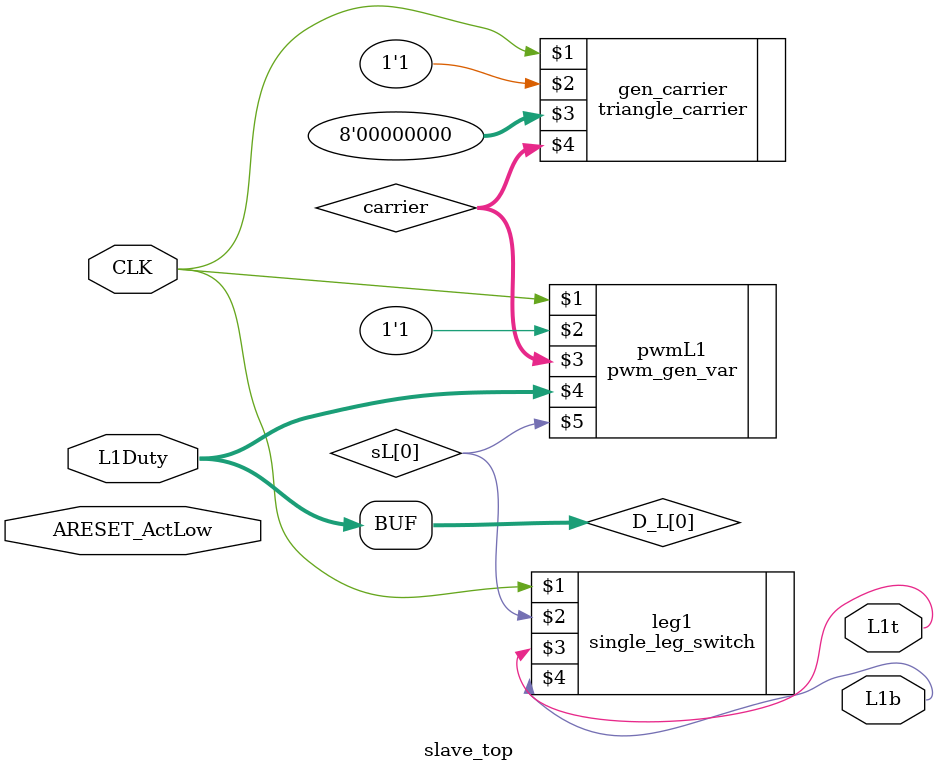
<source format=v>
`timescale 1ns / 1ps
module slave_top(        
	    CLK, 
	    ARESET_ActLow,
		L1t, L1b,
		L1Duty
		);
	 
	 parameter 
			NUM_FROM_MASTER = 6'd21,
			NUM_TO_MASTER = 6'd19,
			REG_SIZE = 8;
	
	input wire CLK, ARESET_ActLow;
	input wire [7:0] L1Duty;
	wire [7:0] carrier;
	
//////////////////////////////////////		
//DATA BUS
//	input	rst, dclk; 	
//	output wire [23:0] data_to_master;
//	input wire [7:0] data_from_master;
	
//	wire [NUM_FROM_MASTER*8-1:0] regs_from_master;
//	wire [NUM_TO_MASTER*8-1:0] regs_to_master;		
//	wire [14:0] error_count;
//	wire last_valid;	
		
//	external_data_interface #(.NUM_INPUTS(NUM_TO_MASTER), .NUM_OUTPUTS(NUM_FROM_MASTER)) slave (data_from_master, data_to_master, rst, dclk, 					
//					regs_to_master, regs_from_master, CLK, 1'b1, error_count, last_valid);
	
//	reg [7:0] scratch_pad;	//scratch pad, just reflected back to the master
//	always @ (posedge CLK)
//		scratch_pad <= regs_from_master[NUM_FROM_MASTER*REG_SIZE-1:(NUM_FROM_MASTER-1)*REG_SIZE];
//	assign regs_to_master [NUM_TO_MASTER*REG_SIZE-1:(NUM_TO_MASTER-1)*REG_SIZE] = scratch_pad;
//////////////////////////////////////			
//	reg pwm_sync_adc_clk = 0;	


//////////////////////////////////////		
	//PWM and switching logic	
	output wire L1t, L1b;
	wire [7:0] D_L[0:0];
	wire sL[19:0];
	
	assign D_L[0] = L1Duty; //50% duty ratio??
	
	//carrier	
	triangle_carrier gen_carrier (CLK, 1'b1, 8'd0, carrier);
	
	//pwm
	pwm_gen_var pwmL1 (CLK, 1'b1, carrier, D_L[0], sL[0]);
	
	single_leg_switch leg1 (CLK, sL[0], L1t, L1b);	
	
endmodule

</source>
